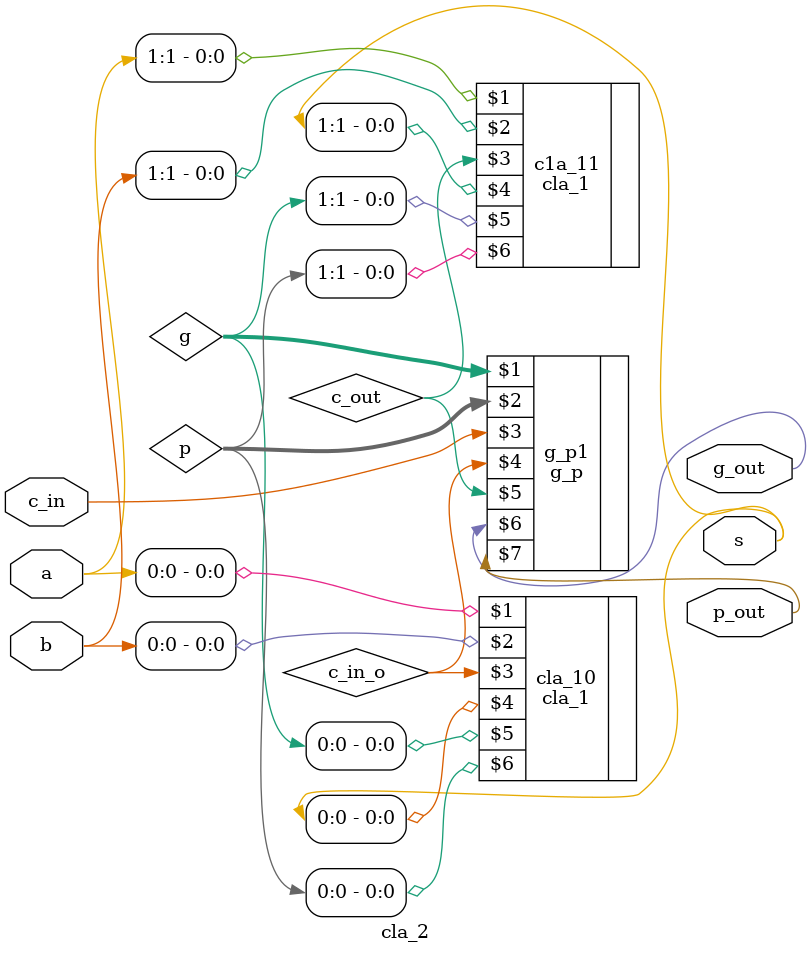
<source format=v>
`timescale 1ns / 1ps
module cla_2(
    input [1:0] a,
    input [1:0] b,
    input c_in,
    output [1:0] s,
	 output g_out,
	 output p_out
    );
	 wire [1:0] g,p;
	 wire c_out;
	 wire c_in_o;
cla_1 cla_10(a[0],b[0],c_in_o,s[0],g[0],p[0]);
cla_1 c1a_11(a[1],b[1],c_out,s[1],g[1],p[1]);
g_p g_p1(g,p,c_in,c_in_o,c_out,g_out,p_out);

endmodule

</source>
